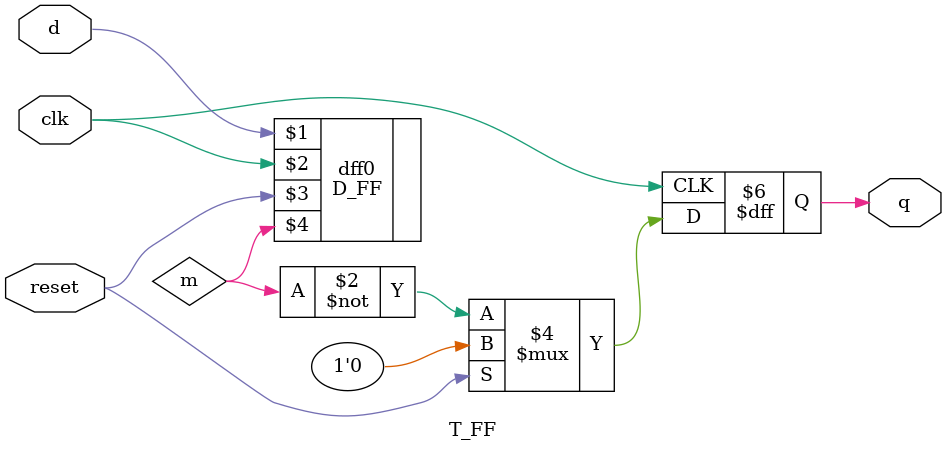
<source format=v>
`timescale 1ns / 1ps


module T_FF(d,q, clk, reset);

output q;
reg q;
input clk, reset;
//wire d;
input d;
wire m;
//always @ (posedge clk)
//begin
D_FF dff0(d,clk,reset,m);
//not n1(d,q);
//end
always @ (posedge clk)
begin
	if(reset)
		q <=1'b0;
	else
		q <=~m;
end

endmodule

</source>
